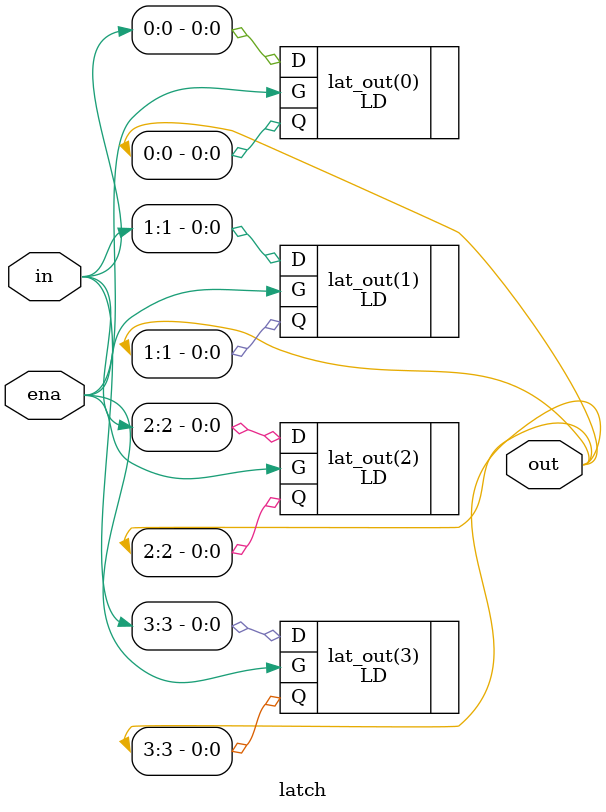
<source format=v>


module latch ( ena, in, out ) ;

    input ena ;
    input [3:0]in ;
    output [3:0]out ;




    LD \lat_out(3)  (.Q (out[3]), .D (in[3]), .G (ena)) ;
    LD \lat_out(2)  (.Q (out[2]), .D (in[2]), .G (ena)) ;
    LD \lat_out(1)  (.Q (out[1]), .D (in[1]), .G (ena)) ;
    LD \lat_out(0)  (.Q (out[0]), .D (in[0]), .G (ena)) ;
endmodule


</source>
